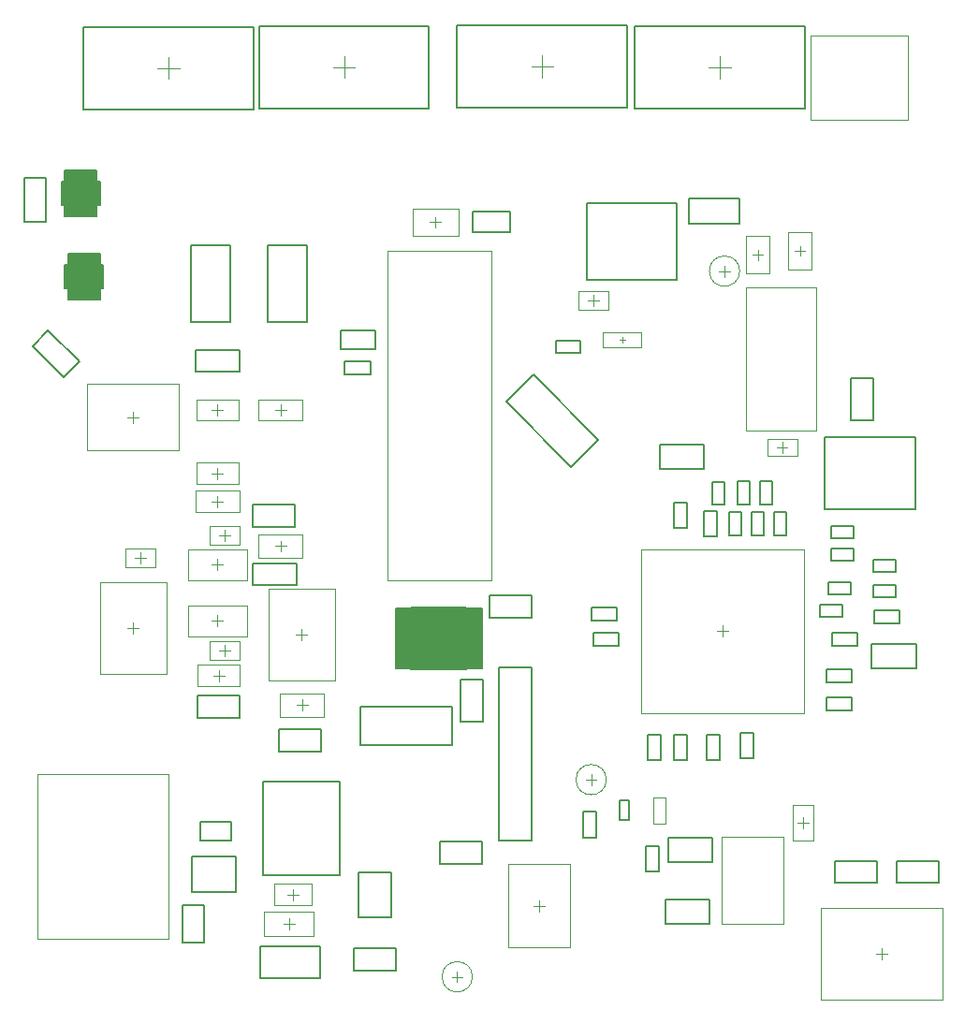
<source format=gbr>
G04*
G04 #@! TF.GenerationSoftware,Altium Limited,Altium Designer,25.2.1 (25)*
G04*
G04 Layer_Color=32768*
%FSLAX25Y25*%
%MOIN*%
G70*
G04*
G04 #@! TF.SameCoordinates,93333BF9-B9FA-480E-9F15-3530D08D3613*
G04*
G04*
G04 #@! TF.FilePolarity,Positive*
G04*
G01*
G75*
%ADD11C,0.00787*%
%ADD13C,0.00600*%
%ADD141C,0.00394*%
%ADD145C,0.00197*%
G36*
X141481Y120446D02*
X135931D01*
Y141759D01*
X141481D01*
Y142152D01*
X161181D01*
Y141759D01*
X166731D01*
Y120446D01*
X161181D01*
Y120052D01*
X141481D01*
Y120446D01*
D02*
G37*
G36*
X19263Y264250D02*
Y268178D01*
X30737D01*
Y264250D01*
X31800D01*
Y255750D01*
X30737D01*
Y251822D01*
X19263D01*
Y255750D01*
X18200D01*
Y264250D01*
X19263D01*
D02*
G37*
G36*
X18102Y294036D02*
Y297964D01*
X29575D01*
Y294036D01*
X30639D01*
Y285536D01*
X29575D01*
Y281608D01*
X18102D01*
Y285536D01*
X17039D01*
Y294036D01*
X18102D01*
D02*
G37*
D11*
X166661Y51039D02*
Y58961D01*
X151653D02*
X166661D01*
X151653Y51039D02*
Y58961D01*
Y51039D02*
X166661D01*
X136004Y13039D02*
Y20961D01*
X120996D02*
X136004D01*
X120996Y13039D02*
Y20961D01*
Y13039D02*
X136004D01*
X204039Y258917D02*
Y286083D01*
Y258917D02*
X236126D01*
Y286083D01*
X204039D02*
X236126D01*
X85446Y319701D02*
Y349031D01*
X24816Y319701D02*
X85446D01*
X24816Y349031D02*
X85446D01*
X24816Y319701D02*
Y349031D01*
X281784Y319801D02*
Y349131D01*
X221154Y319801D02*
X281784D01*
X221154Y349131D02*
X281784D01*
X221154Y319801D02*
Y349131D01*
X218505Y320201D02*
Y349532D01*
X157875Y320201D02*
X218505D01*
X157875Y349532D02*
X218505D01*
X157875Y320201D02*
Y349532D01*
X147907Y320001D02*
Y349331D01*
X87277Y320001D02*
X147907D01*
X87277Y349331D02*
X147907D01*
X87277Y320001D02*
Y349331D01*
X175275Y215381D02*
X185019Y225125D01*
X175275Y215381D02*
X198381Y192275D01*
X208125Y202019D01*
X185019Y225125D02*
X208125Y202019D01*
X163391Y275744D02*
X176809D01*
X163391D02*
Y283256D01*
X176809D01*
Y275744D02*
Y283256D01*
X156039Y93110D02*
Y106890D01*
X123361D02*
X156039D01*
X123361Y93110D02*
Y106890D01*
Y93110D02*
X156039D01*
X172713Y120886D02*
X184287D01*
X172713Y59114D02*
Y120886D01*
Y59114D02*
X184287D01*
Y120886D01*
X292520Y44063D02*
Y51937D01*
Y44063D02*
X307480D01*
Y51937D01*
X292520D02*
X307480D01*
X329476Y44063D02*
Y51937D01*
X314516D02*
X329476D01*
X314516Y44063D02*
Y51937D01*
Y44063D02*
X329476D01*
X193237Y232736D02*
Y237264D01*
Y232736D02*
X201763D01*
Y237264D01*
X193237D02*
X201763D01*
X11537Y279526D02*
Y295274D01*
X3663Y279526D02*
X11537D01*
X3663D02*
Y295274D01*
X11537D01*
X85126Y150063D02*
X100874D01*
X85126D02*
Y157937D01*
X100874D01*
Y150063D02*
Y157937D01*
X159039Y116504D02*
X166961D01*
X159039Y101496D02*
Y116504D01*
Y101496D02*
X166961D01*
Y116504D01*
X117638Y229862D02*
X127087D01*
Y225138D02*
Y229862D01*
X117638Y225138D02*
X127087D01*
X117638D02*
Y229862D01*
X116398Y240748D02*
X128602D01*
Y234252D02*
Y240748D01*
X116398Y234252D02*
X128602D01*
X116398D02*
Y240748D01*
X80374Y226063D02*
Y233937D01*
X64626D02*
X80374D01*
X64626Y226063D02*
Y233937D01*
Y226063D02*
X80374D01*
X6648Y235284D02*
X12216Y240852D01*
X6648Y235284D02*
X17784Y224148D01*
X23352Y229716D01*
X12216Y240852D02*
X23352Y229716D01*
X63012Y243803D02*
X76988D01*
Y271197D01*
X63012D02*
X76988D01*
X63012Y243803D02*
Y271197D01*
X90512Y243803D02*
Y271197D01*
X104488D01*
Y243803D02*
Y271197D01*
X90512Y243803D02*
X104488D01*
X84996Y178961D02*
X100004D01*
Y171039D02*
Y178961D01*
X84996Y171039D02*
X100004D01*
X84996D02*
Y178961D01*
X94339Y91039D02*
X109347D01*
X94339D02*
Y98961D01*
X109347D01*
Y91039D02*
Y98961D01*
X235138Y170596D02*
Y179675D01*
X239862D01*
Y170596D02*
Y179675D01*
X235138Y170596D02*
X239862D01*
X289460Y120362D02*
X298540D01*
Y115638D02*
Y120362D01*
X289460Y115638D02*
X298540D01*
X289460D02*
Y120362D01*
X246638Y97040D02*
X251362D01*
X246638Y87960D02*
Y97040D01*
Y87960D02*
X251362D01*
Y97040D01*
X258638Y97540D02*
X263362D01*
X258638Y88460D02*
Y97540D01*
Y88460D02*
X263362D01*
Y97540D01*
X225638Y96904D02*
X230362D01*
X225638Y87825D02*
Y96904D01*
Y87825D02*
X230362D01*
Y96904D01*
X235138Y97040D02*
X239862D01*
X235138Y87960D02*
Y97040D01*
Y87960D02*
X239862D01*
Y97040D01*
X214675Y137638D02*
Y142362D01*
X205596D02*
X214675D01*
X205596Y137638D02*
Y142362D01*
Y137638D02*
X214675D01*
X257889Y187080D02*
X262111D01*
X257889Y178920D02*
Y187080D01*
Y178920D02*
X262111D01*
Y187080D01*
X262889Y176080D02*
X267111D01*
X262889Y167920D02*
Y176080D01*
Y167920D02*
X267111D01*
Y176080D01*
X245638Y167460D02*
X250362D01*
Y176540D01*
X245638D02*
X250362D01*
X245638Y167460D02*
Y176540D01*
X254889Y176080D02*
X259111D01*
X254889Y167920D02*
Y176080D01*
Y167920D02*
X259111D01*
Y176080D01*
X248889Y186964D02*
X253111D01*
X248889Y178804D02*
Y186964D01*
Y178804D02*
X253111D01*
Y186964D01*
X270889Y176196D02*
X275111D01*
X270889Y168036D02*
Y176196D01*
Y168036D02*
X275111D01*
Y176196D01*
X295080Y138889D02*
Y143111D01*
X286920D02*
X295080D01*
X286920Y138889D02*
Y143111D01*
Y138889D02*
X295080D01*
X314080Y145889D02*
Y150111D01*
X305920D02*
X314080D01*
X305920Y145889D02*
Y150111D01*
Y145889D02*
X314080D01*
X298196Y146889D02*
Y151111D01*
X290036D02*
X298196D01*
X290036Y146889D02*
Y151111D01*
Y146889D02*
X298196D01*
X314080Y154889D02*
Y159111D01*
X305920D02*
X314080D01*
X305920Y154889D02*
Y159111D01*
Y154889D02*
X314080D01*
X265889Y187080D02*
X270111D01*
X265889Y178920D02*
Y187080D01*
Y178920D02*
X270111D01*
Y187080D01*
X299080Y158889D02*
Y163111D01*
X290920D02*
X299080D01*
X290920Y158889D02*
Y163111D01*
Y158889D02*
X299080D01*
X299196Y166889D02*
Y171111D01*
X291036D02*
X299196D01*
X291036Y166889D02*
Y171111D01*
Y166889D02*
X299196D01*
X215540Y128638D02*
Y133362D01*
X206460D02*
X215540D01*
X206460Y128638D02*
Y133362D01*
Y128638D02*
X215540D01*
X291460D02*
Y133362D01*
Y128638D02*
X300540D01*
Y133362D01*
X291460D02*
X300540D01*
X202638Y69404D02*
X207362D01*
X202638Y60325D02*
Y69404D01*
Y60325D02*
X207362D01*
Y69404D01*
X225138Y57175D02*
X229862D01*
X225138Y48096D02*
Y57175D01*
Y48096D02*
X229862D01*
Y57175D01*
X306460Y136638D02*
Y141362D01*
Y136638D02*
X315540D01*
Y141362D01*
X306460D02*
X315540D01*
X289460Y105638D02*
Y110362D01*
Y105638D02*
X298540D01*
Y110362D01*
X289460D02*
X298540D01*
X297941Y208752D02*
Y223760D01*
X306059D01*
Y208752D02*
Y223760D01*
X297941Y208752D02*
X306059D01*
X305578Y129343D02*
X321351D01*
Y120657D02*
Y129343D01*
X305578Y120657D02*
X321351D01*
X305578D02*
Y129343D01*
X240433Y288040D02*
X258567D01*
Y278960D02*
Y288040D01*
X240433Y278960D02*
X258567D01*
X240433D02*
Y288040D01*
X87854Y21626D02*
X109146D01*
Y10374D02*
Y21626D01*
X87854Y10374D02*
X109146D01*
X87854D02*
Y21626D01*
X63441Y40843D02*
Y53638D01*
Y40843D02*
X79189D01*
Y53638D01*
X63441D02*
X79189D01*
X77559Y59153D02*
Y65847D01*
X66535D02*
X77559D01*
X66535Y59153D02*
Y65847D01*
Y59153D02*
X77559D01*
X288779Y202776D02*
X321220D01*
Y177224D02*
Y202776D01*
X288779Y177224D02*
X321220D01*
X288779D02*
Y202776D01*
X134267Y31982D02*
Y47746D01*
X122849Y31982D02*
X134267D01*
X122849D02*
Y47746D01*
X134267D01*
X169339Y138539D02*
Y146461D01*
Y138539D02*
X184347D01*
Y146461D01*
X169339D02*
X184347D01*
X215782Y73489D02*
X219217D01*
X215782Y66511D02*
Y73489D01*
Y66511D02*
X219217D01*
Y73489D01*
X230114Y191657D02*
Y200343D01*
Y191657D02*
X245886D01*
Y200343D01*
X230114D02*
X245886D01*
X60149Y36197D02*
X67851D01*
X60149Y22787D02*
Y36197D01*
Y22787D02*
X67851D01*
Y36197D01*
X248851Y51657D02*
Y60343D01*
X233078D02*
X248851D01*
X233078Y51657D02*
Y60343D01*
Y51657D02*
X248851D01*
X247886Y29657D02*
Y38343D01*
X232114D02*
X247886D01*
X232114Y29657D02*
Y38343D01*
Y29657D02*
X247886D01*
X80504Y103039D02*
Y110961D01*
X65496D02*
X80504D01*
X65496Y103039D02*
Y110961D01*
Y103039D02*
X80504D01*
X88870Y80144D02*
X116130D01*
X88870Y46856D02*
Y80144D01*
Y46856D02*
X116130D01*
Y80144D01*
D13*
X135931Y120446D02*
X141481D01*
Y120052D02*
Y120446D01*
Y120052D02*
X161181D01*
Y120446D01*
X166731D01*
Y141759D01*
X161181D02*
X166731D01*
X161181D02*
Y142152D01*
X141481D02*
X161181D01*
X141481Y141759D02*
Y142152D01*
X135931Y141759D02*
X141481D01*
X135931Y120446D02*
Y141759D01*
X18102Y297964D02*
X29575D01*
Y294036D02*
Y297964D01*
Y294036D02*
X30639D01*
Y285536D02*
Y294036D01*
X29575Y285536D02*
X30639D01*
X29575Y281608D02*
Y285536D01*
X18102Y281608D02*
X29575D01*
X18102D02*
Y285536D01*
X17039D02*
X18102D01*
X17039D02*
Y294036D01*
X18102D01*
Y297964D01*
X19263Y264250D02*
Y268178D01*
X18200Y264250D02*
X19263D01*
X18200Y255750D02*
Y264250D01*
Y255750D02*
X19263D01*
Y251822D02*
Y255750D01*
Y251822D02*
X30737D01*
Y255750D01*
X31800D01*
Y264250D01*
X30737D02*
X31800D01*
X30737D02*
Y268178D01*
X19263D02*
X30737D01*
D141*
X187000Y34032D02*
Y37969D01*
X185031Y36000D02*
X188969D01*
X55131Y330429D02*
Y338303D01*
X51194Y334366D02*
X59068D01*
X251469Y330529D02*
Y338403D01*
X247532Y334466D02*
X255406D01*
X188190Y330929D02*
Y338803D01*
X184253Y334866D02*
X192127D01*
X117592Y330729D02*
Y338603D01*
X113655Y334666D02*
X121529D01*
X150200Y277432D02*
Y281368D01*
X148231Y279400D02*
X152169D01*
X157900Y8732D02*
Y12668D01*
X155931Y10700D02*
X159869D01*
X205600Y78931D02*
Y82868D01*
X203631Y80900D02*
X207569D01*
X253100Y260032D02*
Y263968D01*
X251132Y262000D02*
X255068D01*
X215650Y237500D02*
X217618D01*
X216634Y236516D02*
Y238484D01*
X252401Y131779D02*
Y135715D01*
X250432Y133747D02*
X254369D01*
X95000Y162103D02*
Y166040D01*
X93032Y164072D02*
X96969D01*
X72500Y135531D02*
Y139469D01*
X70531Y137500D02*
X74468D01*
X42500Y133031D02*
Y136969D01*
X40532Y135000D02*
X44469D01*
X72500Y210531D02*
Y214469D01*
X70531Y212500D02*
X74468D01*
X95000Y210531D02*
Y214469D01*
X93032Y212500D02*
X96969D01*
X42500Y208032D02*
Y211968D01*
X40532Y210000D02*
X44469D01*
X72500Y188031D02*
Y191969D01*
X70531Y190000D02*
X74468D01*
X73032Y168000D02*
X76968D01*
X75000Y166032D02*
Y169968D01*
X70531Y180000D02*
X74468D01*
X72500Y178032D02*
Y181968D01*
X43031Y160000D02*
X46968D01*
X45000Y158031D02*
Y161969D01*
X102618Y105532D02*
Y109468D01*
X100650Y107500D02*
X104587D01*
X70531Y157500D02*
X74468D01*
X72500Y155532D02*
Y159468D01*
X102500Y130532D02*
Y134468D01*
X100531Y132500D02*
X104469D01*
X307031Y19000D02*
X310968D01*
X309000Y17031D02*
Y20968D01*
X278228Y269158D02*
X281772D01*
X280000Y267386D02*
Y270929D01*
X263228Y267782D02*
X266772D01*
X265000Y266010D02*
Y269554D01*
X206500Y249532D02*
Y253468D01*
X204532Y251500D02*
X208469D01*
X271787Y199190D02*
X275528D01*
X273657Y197320D02*
Y201060D01*
X281000Y63575D02*
Y67512D01*
X279031Y65543D02*
X282968D01*
X71031Y118000D02*
X74968D01*
X73000Y116032D02*
Y119968D01*
X75000Y125031D02*
Y128969D01*
X73032Y127000D02*
X76968D01*
X96031Y29500D02*
X99968D01*
X98000Y27531D02*
Y31468D01*
X99347Y38032D02*
Y41969D01*
X97378Y40000D02*
X101315D01*
D145*
X163294Y10700D02*
G03*
X163294Y10700I-5394J0D01*
G01*
X210994Y80900D02*
G03*
X210994Y80900I-5394J0D01*
G01*
X258494Y262000D02*
G03*
X258494Y262000I-5394J0D01*
G01*
X175976Y21236D02*
X198024D01*
X175976Y50764D02*
X198024D01*
X175976Y21236D02*
Y50764D01*
X198024Y21236D02*
Y50764D01*
X283677Y316039D02*
X318323D01*
X283677D02*
Y345961D01*
X318323D01*
Y316039D02*
Y345961D01*
X170020Y152028D02*
Y269350D01*
X133020Y152028D02*
X170020D01*
X133020D02*
Y269350D01*
X170020D01*
X141932Y284321D02*
X158468D01*
X141932Y274479D02*
X158468D01*
X141932D02*
Y284321D01*
X158468Y274479D02*
Y284321D01*
X260817Y256307D02*
X285620D01*
X260817Y205126D02*
Y256307D01*
Y205126D02*
X285620D01*
Y256307D01*
X209744Y234744D02*
X223524D01*
Y240256D01*
X209744D02*
X223524D01*
X209744Y234744D02*
Y240256D01*
X223267Y162881D02*
X281534D01*
X223267Y104613D02*
X281534D01*
X223267D02*
Y162881D01*
X281534Y104613D02*
Y162881D01*
X227835Y65374D02*
X232165D01*
Y74626D01*
X227835D02*
X232165D01*
X227835Y65374D02*
Y74626D01*
X87126Y159938D02*
X102874D01*
X87126Y168206D02*
X102874D01*
Y159938D02*
Y168206D01*
X87126Y159938D02*
Y168206D01*
X62067Y131988D02*
X82933D01*
X62067Y143012D02*
X82933D01*
Y131988D02*
Y143012D01*
X62067Y131988D02*
Y143012D01*
X30689Y118661D02*
X54311D01*
X30689Y151339D02*
X54311D01*
X30689Y118661D02*
Y151339D01*
X54311Y118661D02*
Y151339D01*
X65020Y208760D02*
X79980D01*
X65020Y216240D02*
X79980D01*
Y208760D02*
Y216240D01*
X65020Y208760D02*
Y216240D01*
X87126Y208760D02*
X102874D01*
X87126Y216240D02*
X102874D01*
Y208760D02*
Y216240D01*
X87126Y208760D02*
Y216240D01*
X26161Y198189D02*
X58839D01*
X26161Y221811D02*
X58839D01*
Y198189D02*
Y221811D01*
X26161Y198189D02*
Y221811D01*
X65020Y186260D02*
X79980D01*
X65020Y193740D02*
X79980D01*
Y186260D02*
Y193740D01*
X65020Y186260D02*
Y193740D01*
X69685Y164654D02*
Y171346D01*
X80315Y164654D02*
Y171346D01*
X69685D02*
X80315D01*
X69685Y164654D02*
X80315D01*
X64626Y176260D02*
Y183740D01*
X80374Y176260D02*
Y183740D01*
X64626D02*
X80374D01*
X64626Y176260D02*
X80374D01*
X39685Y156653D02*
Y163347D01*
X50315Y156653D02*
Y163347D01*
X39685D02*
X50315D01*
X39685Y156653D02*
X50315D01*
X94744Y111634D02*
X110492D01*
X94744Y103366D02*
X110492D01*
X94744D02*
Y111634D01*
X110492Y103366D02*
Y111634D01*
X62067Y151988D02*
Y163012D01*
X82933Y151988D02*
Y163012D01*
X62067D02*
X82933D01*
X62067Y151988D02*
X82933D01*
X90689Y116161D02*
X114311D01*
X90689Y148839D02*
X114311D01*
X90689Y116161D02*
Y148839D01*
X114311Y116161D02*
Y148839D01*
X287347Y2661D02*
Y35339D01*
X330654Y2661D02*
Y35339D01*
X287347Y2661D02*
X330654D01*
X287347Y35339D02*
X330654D01*
X275866Y262465D02*
Y275850D01*
X284134Y262465D02*
Y275850D01*
X275866Y262465D02*
X284134D01*
X275866Y275850D02*
X284134D01*
X260866Y261089D02*
Y274475D01*
X269134Y261089D02*
Y274475D01*
X260866Y261089D02*
X269134D01*
X260866Y274475D02*
X269134D01*
X8465Y24169D02*
X54921D01*
Y82831D01*
X8465D02*
X54921D01*
X8465Y24169D02*
Y82831D01*
X251976Y29547D02*
Y60453D01*
X274024D01*
Y29547D02*
Y60453D01*
X251976Y29547D02*
X274024D01*
X201185Y248153D02*
X211815D01*
X201185Y254847D02*
X211815D01*
Y248153D02*
Y254847D01*
X201185Y248153D02*
Y254847D01*
X278972Y196237D02*
Y202143D01*
X268342Y196237D02*
Y202143D01*
Y196237D02*
X278972D01*
X268342Y202143D02*
X278972D01*
X277260Y72039D02*
X284740D01*
X277260Y59047D02*
X284740D01*
Y72039D01*
X277260Y59047D02*
Y72039D01*
X80480Y114260D02*
Y121740D01*
X65520Y114260D02*
Y121740D01*
Y114260D02*
X80480D01*
X65520Y121740D02*
X80480D01*
X69685Y130347D02*
X80315D01*
X69685Y123653D02*
X80315D01*
X69685D02*
Y130347D01*
X80315Y123653D02*
Y130347D01*
X89142Y25169D02*
Y33831D01*
X106858Y25169D02*
Y33831D01*
X89142D02*
X106858D01*
X89142Y25169D02*
X106858D01*
X92654Y36063D02*
X106039D01*
X92654Y43937D02*
X106039D01*
Y36063D02*
Y43937D01*
X92654Y36063D02*
Y43937D01*
M02*

</source>
